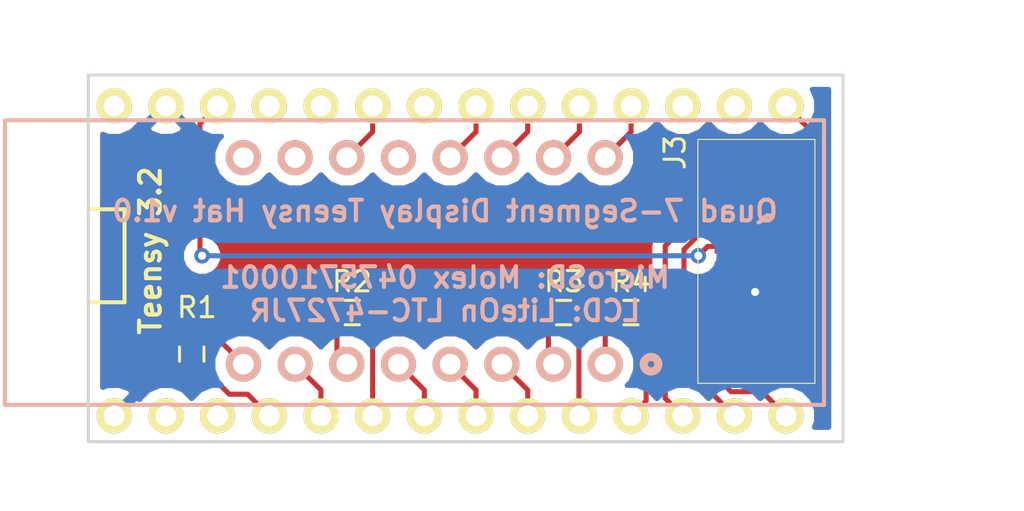
<source format=kicad_pcb>
(kicad_pcb (version 4) (host pcbnew 4.0.1-3.201512221402+6198~38~ubuntu14.04.1-stable)

  (general
    (links 24)
    (no_connects 0)
    (area 113.455999 70.382 164.033001 95.434)
    (thickness 1.6)
    (drawings 11)
    (tracks 71)
    (zones 0)
    (modules 7)
    (nets 24)
  )

  (page A4)
  (layers
    (0 F.Cu signal)
    (31 B.Cu signal)
    (32 B.Adhes user)
    (33 F.Adhes user)
    (34 B.Paste user)
    (35 F.Paste user)
    (36 B.SilkS user)
    (37 F.SilkS user)
    (38 B.Mask user)
    (39 F.Mask user)
    (40 Dwgs.User user hide)
    (41 Cmts.User user hide)
    (42 Eco1.User user hide)
    (43 Eco2.User user hide)
    (44 Edge.Cuts user)
    (45 Margin user hide)
    (46 B.CrtYd user)
    (47 F.CrtYd user)
    (48 B.Fab user)
    (49 F.Fab user)
  )

  (setup
    (last_trace_width 0.25)
    (user_trace_width 0.1524)
    (user_trace_width 0.254)
    (user_trace_width 0.3302)
    (user_trace_width 0.508)
    (user_trace_width 0.762)
    (user_trace_width 1.27)
    (trace_clearance 0.2)
    (zone_clearance 0.508)
    (zone_45_only no)
    (trace_min 0.1524)
    (segment_width 0.2)
    (edge_width 0.15)
    (via_size 0.762)
    (via_drill 0.4)
    (via_min_size 0.6858)
    (via_min_drill 0.3302)
    (user_via 0.6858 0.3302)
    (user_via 0.762 0.4064)
    (user_via 0.8636 0.508)
    (uvia_size 0.3)
    (uvia_drill 0.1)
    (uvias_allowed no)
    (uvia_min_size 0)
    (uvia_min_drill 0)
    (pcb_text_width 0.3)
    (pcb_text_size 1.5 1.5)
    (mod_edge_width 0.15)
    (mod_text_size 1 1)
    (mod_text_width 0.15)
    (pad_size 1.7272 1.7272)
    (pad_drill 1.016)
    (pad_to_mask_clearance 0.0762)
    (aux_axis_origin 0 0)
    (visible_elements FFFEDF7D)
    (pcbplotparams
      (layerselection 0x30000_00000000)
      (usegerberextensions true)
      (excludeedgelayer true)
      (linewidth 0.100000)
      (plotframeref false)
      (viasonmask false)
      (mode 1)
      (useauxorigin false)
      (hpglpennumber 1)
      (hpglpenspeed 20)
      (hpglpendiameter 15)
      (hpglpenoverlay 2)
      (psnegative false)
      (psa4output false)
      (plotreference true)
      (plotvalue true)
      (plotinvisibletext false)
      (padsonsilk false)
      (subtractmaskfromsilk false)
      (outputformat 1)
      (mirror false)
      (drillshape 0)
      (scaleselection 1)
      (outputdirectory gerbers))
  )

  (net 0 "")
  (net 1 GND)
  (net 2 /SD_CS)
  (net 3 /MOSI)
  (net 4 /MISO)
  (net 5 +3V3)
  (net 6 /SCLK)
  (net 7 "Net-(LED1-Pad1)")
  (net 8 "Net-(LED1-Pad2)")
  (net 9 "Net-(LED1-Pad6)")
  (net 10 "Net-(LED1-Pad8)")
  (net 11 /DIGIT4)
  (net 12 /DP)
  (net 13 /DIGIT3)
  (net 14 /E)
  (net 15 /L)
  (net 16 /D)
  (net 17 /DIGIT2)
  (net 18 /DIGIT1)
  (net 19 /B)
  (net 20 /A)
  (net 21 /G)
  (net 22 /F)
  (net 23 /C)

  (net_class Default "This is the default net class."
    (clearance 0.2)
    (trace_width 0.25)
    (via_dia 0.762)
    (via_drill 0.4)
    (uvia_dia 0.3)
    (uvia_drill 0.1)
    (add_net +3V3)
    (add_net /A)
    (add_net /B)
    (add_net /C)
    (add_net /D)
    (add_net /DIGIT1)
    (add_net /DIGIT2)
    (add_net /DIGIT3)
    (add_net /DIGIT4)
    (add_net /DP)
    (add_net /E)
    (add_net /F)
    (add_net /G)
    (add_net /L)
    (add_net /MISO)
    (add_net /MOSI)
    (add_net /SCLK)
    (add_net /SD_CS)
    (add_net GND)
    (add_net "Net-(LED1-Pad1)")
    (add_net "Net-(LED1-Pad2)")
    (add_net "Net-(LED1-Pad6)")
    (add_net "Net-(LED1-Pad8)")
  )

  (module Wickerlib:TEENSY-3.2-SIMPLE (layer F.Cu) (tedit 57B4E190) (tstamp 57B4E7E3)
    (at 129.286 80.772 90)
    (path /57B6381A)
    (fp_text reference J1 (at -2 0 90) (layer F.Fab)
      (effects (font (size 1 1) (thickness 0.15)))
    )
    (fp_text value TEENSY3.2-72MHz-SIMPLE (at -2.54 20.32 90) (layer F.Fab) hide
      (effects (font (size 1 1) (thickness 0.15)))
    )
    (fp_line (start 0 -9.5) (end 0 -11.5) (layer F.Fab) (width 0.05))
    (fp_line (start -4.5 -9.5) (end 0 -9.5) (layer F.Fab) (width 0.05))
    (fp_line (start -4.5 -11.5) (end -4.5 -9.5) (layer F.Fab) (width 0.05))
    (fp_line (start -11.5 24) (end 6.5 24) (layer F.Fab) (width 0.05))
    (fp_line (start -11.5 -11.5) (end -11.5 24) (layer F.Fab) (width 0.05))
    (fp_line (start 6.5 -11.5) (end -11.5 -11.5) (layer F.Fab) (width 0.05))
    (fp_line (start 6.5 24) (end 6.5 -11.5) (layer F.Fab) (width 0.05))
    (fp_text user %R (at 2.794 17.272 90) (layer F.SilkS) hide
      (effects (font (size 1 1) (thickness 0.15)))
    )
    (fp_line (start -11.43 24.13) (end 6.35 24.13) (layer F.CrtYd) (width 0.1524))
    (fp_line (start -11.43 -11.43) (end -11.43 24.13) (layer F.CrtYd) (width 0.1524))
    (fp_line (start 6.35 -11.43) (end -11.43 -11.43) (layer F.CrtYd) (width 0.1524))
    (fp_line (start 6.35 24.13) (end 6.35 -11.43) (layer F.CrtYd) (width 0.1524))
    (pad G1 thru_hole circle (at -10.16 -10.16 90) (size 1.7272 1.7272) (drill 1.016) (layers *.Cu *.Mask F.SilkS)
      (net 1 GND))
    (pad 0 thru_hole circle (at -10.16 -7.62 90) (size 1.7272 1.7272) (drill 1.016) (layers *.Cu *.Mask F.SilkS))
    (pad 1 thru_hole circle (at -10.16 -5.08 90) (size 1.7272 1.7272) (drill 1.016) (layers *.Cu *.Mask F.SilkS))
    (pad 2 thru_hole circle (at -10.16 -2.54 90) (size 1.7272 1.7272) (drill 1.016) (layers *.Cu *.Mask F.SilkS)
      (net 11 /DIGIT4))
    (pad 3 thru_hole circle (at -10.16 0 90) (size 1.7272 1.7272) (drill 1.016) (layers *.Cu *.Mask F.SilkS)
      (net 12 /DP))
    (pad 4 thru_hole circle (at -10.16 2.54 90) (size 1.7272 1.7272) (drill 1.016) (layers *.Cu *.Mask F.SilkS)
      (net 13 /DIGIT3))
    (pad 5 thru_hole circle (at -10.16 5.08 90) (size 1.7272 1.7272) (drill 1.016) (layers *.Cu *.Mask F.SilkS)
      (net 14 /E))
    (pad 6 thru_hole circle (at -10.16 7.62 90) (size 1.7272 1.7272) (drill 1.016) (layers *.Cu *.Mask F.SilkS)
      (net 15 /L))
    (pad 7 thru_hole circle (at -10.16 10.16 90) (size 1.7272 1.7272) (drill 1.016) (layers *.Cu *.Mask F.SilkS)
      (net 16 /D))
    (pad 8 thru_hole circle (at -10.16 12.7 90) (size 1.7272 1.7272) (drill 1.016) (layers *.Cu *.Mask F.SilkS)
      (net 17 /DIGIT2))
    (pad 9 thru_hole circle (at -10.16 15.24 90) (size 1.7272 1.7272) (drill 1.016) (layers *.Cu *.Mask F.SilkS)
      (net 18 /DIGIT1))
    (pad 10 thru_hole circle (at -10.16 17.78 90) (size 1.7272 1.7272) (drill 1.016) (layers *.Cu *.Mask F.SilkS)
      (net 2 /SD_CS))
    (pad 11 thru_hole circle (at -10.16 20.32 90) (size 1.7272 1.7272) (drill 1.016) (layers *.Cu *.Mask F.SilkS)
      (net 3 /MOSI))
    (pad 12 thru_hole circle (at -10.16 22.86 90) (size 1.7272 1.7272) (drill 1.016) (layers *.Cu *.Mask F.SilkS)
      (net 4 /MISO))
    (pad 13 thru_hole circle (at 5.08 22.86 90) (size 1.7272 1.7272) (drill 1.016) (layers *.Cu *.Mask F.SilkS)
      (net 6 /SCLK))
    (pad 16 thru_hole circle (at 5.08 15.24 90) (size 1.7272 1.7272) (drill 1.016) (layers *.Cu *.Mask F.SilkS)
      (net 19 /B))
    (pad 3V2 thru_hole circle (at 5.08 -5.08 90) (size 1.7272 1.7272) (drill 1.016) (layers *.Cu *.Mask F.SilkS)
      (net 5 +3V3))
    (pad 18 thru_hole circle (at 5.08 10.16 90) (size 1.7272 1.7272) (drill 1.016) (layers *.Cu *.Mask F.SilkS)
      (net 20 /A))
    (pad 17 thru_hole circle (at 5.08 12.7 90) (size 1.7272 1.7272) (drill 1.016) (layers *.Cu *.Mask F.SilkS)
      (net 21 /G))
    (pad AG thru_hole circle (at 5.08 -7.62 90) (size 1.7272 1.7272) (drill 1.016) (layers *.Cu *.Mask F.SilkS)
      (net 1 GND))
    (pad 22 thru_hole circle (at 5.08 0 90) (size 1.7272 1.7272) (drill 1.016) (layers *.Cu *.Mask F.SilkS))
    (pad VIN thru_hole circle (at 5.08 -10.16 90) (size 1.7272 1.7272) (drill 1.016) (layers *.Cu *.Mask F.SilkS))
    (pad 21 thru_hole circle (at 5.08 2.54 90) (size 1.7272 1.7272) (drill 1.016) (layers *.Cu *.Mask F.SilkS)
      (net 22 /F))
    (pad 20 thru_hole circle (at 5.08 5.08 90) (size 1.7272 1.7272) (drill 1.016) (layers *.Cu *.Mask F.SilkS))
    (pad 19 thru_hole circle (at 5.08 7.62 90) (size 1.7272 1.7272) (drill 1.016) (layers *.Cu *.Mask F.SilkS)
      (net 23 /C))
    (pad 23 thru_hole circle (at 5.08 -2.54 90) (size 1.7272 1.7272) (drill 1.016) (layers *.Cu *.Mask F.SilkS))
    (pad 14 thru_hole circle (at 5.08 20.32 90) (size 1.7272 1.7272) (drill 1.016) (layers *.Cu *.Mask F.SilkS))
    (pad 15 thru_hole circle (at 5.08 17.78 90) (size 1.7272 1.7272) (drill 1.016) (layers *.Cu *.Mask F.SilkS))
  )

  (module Wickerlib:CONN-SD-MICRO-MOLEX-0475710001 (layer F.Cu) (tedit 57958DF9) (tstamp 57B4E178)
    (at 147.808 83.0834 90)
    (path /57AFAD27)
    (fp_text reference J3 (at 0 3.25 90) (layer F.Fab)
      (effects (font (size 1 1) (thickness 0.15)))
    )
    (fp_text value MICRO-SD (at 4 6.25 90) (layer F.Fab) hide
      (effects (font (size 0.4 0.4) (thickness 0.03)))
    )
    (fp_line (start -6.25 0) (end 5.75 0) (layer F.SilkS) (width 0.05))
    (fp_line (start -6.25 5.75) (end -6.25 0) (layer F.SilkS) (width 0.05))
    (fp_line (start 5.75 5.75) (end -6.25 5.75) (layer F.SilkS) (width 0.05))
    (fp_line (start 5.75 0) (end 5.75 5.75) (layer F.SilkS) (width 0.05))
    (fp_text user %R (at 5.1054 -1.1243 90) (layer F.SilkS)
      (effects (font (size 1 1) (thickness 0.15)))
    )
    (fp_line (start -6.5 16) (end 6 16) (layer F.CrtYd) (width 0.05))
    (fp_line (start -6.5 -0.25) (end -6.5 16) (layer F.CrtYd) (width 0.05))
    (fp_line (start 6 -0.25) (end 6 16) (layer F.CrtYd) (width 0.05))
    (fp_line (start -6.5 -0.25) (end 6 -0.25) (layer F.CrtYd) (width 0.05))
    (fp_line (start -6.096 5.588) (end 5.588 5.588) (layer F.Fab) (width 0.05))
    (fp_line (start -6.096 0.0254) (end -6.096 5.588) (layer F.Fab) (width 0.05))
    (fp_line (start 5.588 0.0254) (end 5.588 5.588) (layer F.Fab) (width 0.05))
    (fp_line (start -6.096 0.0254) (end 5.588 0.0254) (layer F.Fab) (width 0.05))
    (pad G5 smd rect (at 4.8514 5.1 90) (size 1.4 0.9) (layers F.Cu F.Paste F.Mask))
    (pad G2 smd rect (at -5.4135 4.9635 90) (size 1.2 1.15) (layers F.Cu F.Paste F.Mask))
    (pad G3 smd rect (at 4.8264 2.8 90) (size 1.45 1.2) (layers F.Cu F.Paste F.Mask))
    (pad G1 smd rect (at -5.4135 2.3635 90) (size 1.2 1.15) (layers F.Cu F.Paste F.Mask))
    (pad 7 smd rect (at -2.8135 1.3235 90) (size 0.7 1) (layers F.Cu F.Paste F.Mask)
      (net 4 /MISO))
    (pad 8 smd rect (at -3.9135 1.3235 90) (size 0.7 1) (layers F.Cu F.Paste F.Mask))
    (pad 6 smd rect (at -1.7135 1.3235 90) (size 0.7 1) (layers F.Cu F.Paste F.Mask)
      (net 1 GND))
    (pad 5 smd rect (at -0.6135 1.3235 90) (size 0.7 1) (layers F.Cu F.Paste F.Mask)
      (net 6 /SCLK))
    (pad 4 smd rect (at 0.4865 1.3235 90) (size 0.7 1) (layers F.Cu F.Paste F.Mask)
      (net 5 +3V3))
    (pad 1 smd rect (at 3.7865 1.3235 90) (size 0.7 1) (layers F.Cu F.Paste F.Mask))
    (pad 2 smd rect (at 2.6865 1.3235 90) (size 0.7 1) (layers F.Cu F.Paste F.Mask)
      (net 2 /SD_CS))
    (pad 3 smd rect (at 1.5865 1.3235 90) (size 0.7 1) (layers F.Cu F.Paste F.Mask)
      (net 3 /MOSI))
    (pad G4 smd rect (at 5.0514 3.95 90) (size 1 0.7) (layers F.Cu F.Paste F.Mask))
  )

  (module Wickerlib:RLC-0603-SMD (layer F.Cu) (tedit 579029AB) (tstamp 57B4EA43)
    (at 122.936 87.896 90)
    (descr "Capacitor SMD RLC-0603-SMD, reflow soldering, AVX (see smccp.pdf)")
    (tags "capacitor RLC-0603-SMD")
    (path /57B69AAC)
    (attr smd)
    (fp_text reference R1 (at 0.09 0.04 90) (layer F.Fab)
      (effects (font (size 0.8 0.8) (thickness 0.15)))
    )
    (fp_text value 470 (at 0 1.9 90) (layer F.Fab) hide
      (effects (font (size 1 1) (thickness 0.15)))
    )
    (fp_text user %R (at 2.298 0.254 180) (layer F.SilkS)
      (effects (font (size 1 1) (thickness 0.15)))
    )
    (fp_line (start -1.45 -0.75) (end 1.45 -0.75) (layer F.Fab) (width 0.05))
    (fp_line (start -1.45 0.75) (end 1.45 0.75) (layer F.CrtYd) (width 0.05))
    (fp_line (start -1.45 -0.75) (end -1.45 0.75) (layer F.CrtYd) (width 0.05))
    (fp_line (start 1.45 -0.75) (end 1.45 0.75) (layer F.CrtYd) (width 0.05))
    (fp_line (start -0.35 -0.6) (end 0.35 -0.6) (layer F.SilkS) (width 0.15))
    (fp_line (start 0.35 0.6) (end -0.35 0.6) (layer F.SilkS) (width 0.15))
    (fp_line (start -1.45 -0.75) (end 1.45 -0.75) (layer F.CrtYd) (width 0.05))
    (fp_line (start -1.45 -0.75) (end -1.45 0.75) (layer F.Fab) (width 0.05))
    (fp_line (start 1.45 -0.75) (end 1.45 0.75) (layer F.Fab) (width 0.05))
    (fp_line (start -1.45 0.75) (end 1.45 0.75) (layer F.Fab) (width 0.05))
    (pad 1 smd rect (at -0.75 0 90) (size 0.8 0.75) (layers F.Cu F.Paste F.Mask)
      (net 11 /DIGIT4))
    (pad 2 smd rect (at 0.75 0 90) (size 0.8 0.75) (layers F.Cu F.Paste F.Mask)
      (net 10 "Net-(LED1-Pad8)"))
  )

  (module Wickerlib:RLC-0603-SMD (layer F.Cu) (tedit 579029AB) (tstamp 57B4EA49)
    (at 130.822 85.852 180)
    (descr "Capacitor SMD RLC-0603-SMD, reflow soldering, AVX (see smccp.pdf)")
    (tags "capacitor RLC-0603-SMD")
    (path /57B69A42)
    (attr smd)
    (fp_text reference R2 (at 0.09 0.04 180) (layer F.Fab)
      (effects (font (size 0.8 0.8) (thickness 0.15)))
    )
    (fp_text value 470 (at 0 1.9 180) (layer F.Fab) hide
      (effects (font (size 1 1) (thickness 0.15)))
    )
    (fp_text user %R (at 0.012 1.524 180) (layer F.SilkS)
      (effects (font (size 1 1) (thickness 0.15)))
    )
    (fp_line (start -1.45 -0.75) (end 1.45 -0.75) (layer F.Fab) (width 0.05))
    (fp_line (start -1.45 0.75) (end 1.45 0.75) (layer F.CrtYd) (width 0.05))
    (fp_line (start -1.45 -0.75) (end -1.45 0.75) (layer F.CrtYd) (width 0.05))
    (fp_line (start 1.45 -0.75) (end 1.45 0.75) (layer F.CrtYd) (width 0.05))
    (fp_line (start -0.35 -0.6) (end 0.35 -0.6) (layer F.SilkS) (width 0.15))
    (fp_line (start 0.35 0.6) (end -0.35 0.6) (layer F.SilkS) (width 0.15))
    (fp_line (start -1.45 -0.75) (end 1.45 -0.75) (layer F.CrtYd) (width 0.05))
    (fp_line (start -1.45 -0.75) (end -1.45 0.75) (layer F.Fab) (width 0.05))
    (fp_line (start 1.45 -0.75) (end 1.45 0.75) (layer F.Fab) (width 0.05))
    (fp_line (start -1.45 0.75) (end 1.45 0.75) (layer F.Fab) (width 0.05))
    (pad 1 smd rect (at -0.75 0 180) (size 0.8 0.75) (layers F.Cu F.Paste F.Mask)
      (net 13 /DIGIT3))
    (pad 2 smd rect (at 0.75 0 180) (size 0.8 0.75) (layers F.Cu F.Paste F.Mask)
      (net 9 "Net-(LED1-Pad6)"))
  )

  (module Wickerlib:RLC-0603-SMD (layer F.Cu) (tedit 579029AB) (tstamp 57B4EA4F)
    (at 141.212 85.852 180)
    (descr "Capacitor SMD RLC-0603-SMD, reflow soldering, AVX (see smccp.pdf)")
    (tags "capacitor RLC-0603-SMD")
    (path /57B69A03)
    (attr smd)
    (fp_text reference R3 (at 0.09 0.04 180) (layer F.Fab)
      (effects (font (size 0.8 0.8) (thickness 0.15)))
    )
    (fp_text value 470 (at 0 1.9 180) (layer F.Fab) hide
      (effects (font (size 1 1) (thickness 0.15)))
    )
    (fp_text user %R (at -0.012 1.524 180) (layer F.SilkS)
      (effects (font (size 1 1) (thickness 0.15)))
    )
    (fp_line (start -1.45 -0.75) (end 1.45 -0.75) (layer F.Fab) (width 0.05))
    (fp_line (start -1.45 0.75) (end 1.45 0.75) (layer F.CrtYd) (width 0.05))
    (fp_line (start -1.45 -0.75) (end -1.45 0.75) (layer F.CrtYd) (width 0.05))
    (fp_line (start 1.45 -0.75) (end 1.45 0.75) (layer F.CrtYd) (width 0.05))
    (fp_line (start -0.35 -0.6) (end 0.35 -0.6) (layer F.SilkS) (width 0.15))
    (fp_line (start 0.35 0.6) (end -0.35 0.6) (layer F.SilkS) (width 0.15))
    (fp_line (start -1.45 -0.75) (end 1.45 -0.75) (layer F.CrtYd) (width 0.05))
    (fp_line (start -1.45 -0.75) (end -1.45 0.75) (layer F.Fab) (width 0.05))
    (fp_line (start 1.45 -0.75) (end 1.45 0.75) (layer F.Fab) (width 0.05))
    (fp_line (start -1.45 0.75) (end 1.45 0.75) (layer F.Fab) (width 0.05))
    (pad 1 smd rect (at -0.75 0 180) (size 0.8 0.75) (layers F.Cu F.Paste F.Mask)
      (net 17 /DIGIT2))
    (pad 2 smd rect (at 0.75 0 180) (size 0.8 0.75) (layers F.Cu F.Paste F.Mask)
      (net 8 "Net-(LED1-Pad2)"))
  )

  (module Wickerlib:RLC-0603-SMD (layer F.Cu) (tedit 579029AB) (tstamp 57B4EA55)
    (at 144.514 85.852 180)
    (descr "Capacitor SMD RLC-0603-SMD, reflow soldering, AVX (see smccp.pdf)")
    (tags "capacitor RLC-0603-SMD")
    (path /57B6993C)
    (attr smd)
    (fp_text reference R4 (at 0.09 0.04 180) (layer F.Fab)
      (effects (font (size 0.8 0.8) (thickness 0.15)))
    )
    (fp_text value 470 (at 0 1.9 180) (layer F.Fab) hide
      (effects (font (size 1 1) (thickness 0.15)))
    )
    (fp_text user %R (at -0.012 1.524 180) (layer F.SilkS)
      (effects (font (size 1 1) (thickness 0.15)))
    )
    (fp_line (start -1.45 -0.75) (end 1.45 -0.75) (layer F.Fab) (width 0.05))
    (fp_line (start -1.45 0.75) (end 1.45 0.75) (layer F.CrtYd) (width 0.05))
    (fp_line (start -1.45 -0.75) (end -1.45 0.75) (layer F.CrtYd) (width 0.05))
    (fp_line (start 1.45 -0.75) (end 1.45 0.75) (layer F.CrtYd) (width 0.05))
    (fp_line (start -0.35 -0.6) (end 0.35 -0.6) (layer F.SilkS) (width 0.15))
    (fp_line (start 0.35 0.6) (end -0.35 0.6) (layer F.SilkS) (width 0.15))
    (fp_line (start -1.45 -0.75) (end 1.45 -0.75) (layer F.CrtYd) (width 0.05))
    (fp_line (start -1.45 -0.75) (end -1.45 0.75) (layer F.Fab) (width 0.05))
    (fp_line (start 1.45 -0.75) (end 1.45 0.75) (layer F.Fab) (width 0.05))
    (fp_line (start -1.45 0.75) (end 1.45 0.75) (layer F.Fab) (width 0.05))
    (pad 1 smd rect (at -0.75 0 180) (size 0.8 0.75) (layers F.Cu F.Paste F.Mask)
      (net 18 /DIGIT1))
    (pad 2 smd rect (at 0.75 0 180) (size 0.8 0.75) (layers F.Cu F.Paste F.Mask)
      (net 7 "Net-(LED1-Pad1)"))
  )

  (module Wickerlib:DIP-16-W10.16MM-CIRCLEPADS (layer B.Cu) (tedit 57B4E8C6) (tstamp 57B4E412)
    (at 134.506 84.142 90)
    (descr "16-lead dip package, row spacing 7.62 mm (300 mils), longer pads")
    (tags "dil dip 2.54 300")
    (path /57B5EA47)
    (fp_text reference LED1 (at -0.186 0.622 90) (layer B.Fab)
      (effects (font (size 1 1) (thickness 0.15)) (justify mirror))
    )
    (fp_text value LED-4x7-SEGMENT-LTC-4727JR (at -0.186 -0.394 360) (layer B.Fab) hide
      (effects (font (size 1 1) (thickness 0.15)) (justify mirror))
    )
    (fp_line (start 7.75 -20.75) (end 7.75 19.5) (layer B.Fab) (width 0.2))
    (fp_line (start -6.25 -20.75) (end 7.75 -20.75) (layer B.Fab) (width 0.2))
    (fp_line (start -6.25 19.5) (end -6.25 -20.75) (layer B.Fab) (width 0.2))
    (fp_line (start 7.75 19.5) (end -6.25 19.5) (layer B.Fab) (width 0.2))
    (fp_line (start -6.25 19.5) (end 7.75 19.5) (layer B.SilkS) (width 0.2))
    (fp_line (start 7.75 -20.75) (end -6.25 -20.75) (layer B.SilkS) (width 0.2))
    (fp_line (start -6.25 19.5) (end -6.25 -20.75) (layer B.SilkS) (width 0.2))
    (fp_circle (center -4.25 8.75) (end -3.996 8.496) (layer B.Fab) (width 0.4))
    (fp_text user %R (at -4.758 20.302 90) (layer B.SilkS) hide
      (effects (font (size 1 1) (thickness 0.15)) (justify mirror))
    )
    (fp_line (start -6.25 19.5) (end -6.25 -20.75) (layer B.CrtYd) (width 0.05))
    (fp_line (start 7.75 19.5) (end 7.75 -20.75) (layer B.Fab) (width 0.05))
    (fp_line (start -6.25 19.5) (end 7.75 19.5) (layer B.CrtYd) (width 0.05))
    (fp_line (start -6.25 -20.75) (end 7.75 -20.75) (layer B.Fab) (width 0.05))
    (fp_line (start -6.25 19.5) (end -6.25 -20.75) (layer B.Fab) (width 0.05))
    (fp_line (start -6.25 -20.75) (end 7.75 -20.75) (layer B.CrtYd) (width 0.05))
    (fp_line (start 7.75 19.5) (end 7.75 -20.7) (layer B.CrtYd) (width 0.05))
    (fp_line (start -6.25 19.5) (end 7.75 19.5) (layer B.Fab) (width 0.05))
    (fp_circle (center -4.25 11) (end -3.996 10.746) (layer B.SilkS) (width 0.4))
    (fp_line (start 7.75 19.5) (end 7.75 -20.75) (layer B.SilkS) (width 0.2))
    (pad 1 thru_hole circle (at -4.25 8.75 90) (size 1.7272 1.7272) (drill 1.016) (layers *.Cu *.Mask B.SilkS)
      (net 7 "Net-(LED1-Pad1)"))
    (pad 2 thru_hole circle (at -4.25 6.21 90) (size 1.7272 1.7272) (drill 1.016) (layers *.Cu *.Mask B.SilkS)
      (net 8 "Net-(LED1-Pad2)"))
    (pad 3 thru_hole circle (at -4.25 3.67 90) (size 1.7272 1.7272) (drill 1.016) (layers *.Cu *.Mask B.SilkS)
      (net 16 /D))
    (pad 4 thru_hole circle (at -4.25 1.13 90) (size 1.7272 1.7272) (drill 1.016) (layers *.Cu *.Mask B.SilkS)
      (net 15 /L))
    (pad 5 thru_hole circle (at -4.25 -1.41 90) (size 1.7272 1.7272) (drill 1.016) (layers *.Cu *.Mask B.SilkS)
      (net 14 /E))
    (pad 6 thru_hole circle (at -4.25 -3.95 90) (size 1.7272 1.7272) (drill 1.016) (layers *.Cu *.Mask B.SilkS)
      (net 9 "Net-(LED1-Pad6)"))
    (pad 7 thru_hole circle (at -4.25 -6.49 90) (size 1.7272 1.7272) (drill 1.016) (layers *.Cu *.Mask B.SilkS)
      (net 12 /DP))
    (pad 8 thru_hole circle (at -4.25 -9.03 90) (size 1.7272 1.7272) (drill 1.016) (layers *.Cu *.Mask B.SilkS)
      (net 10 "Net-(LED1-Pad8)"))
    (pad 9 thru_hole circle (at 5.91 -9.03 90) (size 1.7272 1.7272) (drill 1.016) (layers *.Cu *.Mask B.SilkS))
    (pad 10 thru_hole circle (at 5.91 -6.49 90) (size 1.7272 1.7272) (drill 1.016) (layers *.Cu *.Mask B.SilkS))
    (pad 11 thru_hole circle (at 5.91 -3.95 90) (size 1.7272 1.7272) (drill 1.016) (layers *.Cu *.Mask B.SilkS)
      (net 22 /F))
    (pad 12 thru_hole circle (at 5.91 -1.41 90) (size 1.7272 1.7272) (drill 1.016) (layers *.Cu *.Mask B.SilkS))
    (pad 13 thru_hole circle (at 5.91 1.13 90) (size 1.7272 1.7272) (drill 1.016) (layers *.Cu *.Mask B.SilkS)
      (net 23 /C))
    (pad 14 thru_hole circle (at 5.91 3.67 90) (size 1.7272 1.7272) (drill 1.016) (layers *.Cu *.Mask B.SilkS)
      (net 20 /A))
    (pad 15 thru_hole circle (at 5.91 6.21 90) (size 1.7272 1.7272) (drill 1.016) (layers *.Cu *.Mask B.SilkS)
      (net 21 /G))
    (pad 16 thru_hole circle (at 5.91 8.75 90) (size 1.7272 1.7272) (drill 1.016) (layers *.Cu *.Mask B.SilkS)
      (net 19 /B))
  )

  (gr_text 8/23/2016 (at 124.46 94.234) (layer F.Fab)
    (effects (font (size 1.5 1.5) (thickness 0.3)))
  )
  (gr_text "Quad 7-Segment Display Teensy Hat v1.0" (at 137.922 71.882) (layer F.Fab)
    (effects (font (size 1.5 1.5) (thickness 0.3)))
  )
  (gr_line (start 119.634 85.344) (end 117.856 85.344) (layer F.SilkS) (width 0.2))
  (gr_line (start 119.634 80.772) (end 119.634 85.344) (layer F.SilkS) (width 0.2))
  (gr_line (start 117.856 80.772) (end 119.634 80.772) (layer F.SilkS) (width 0.2))
  (gr_text "Teensy 3.2" (at 120.904 82.804 90) (layer F.SilkS)
    (effects (font (size 1.016 1.016) (thickness 0.2032)))
  )
  (gr_text "Quad 7-Segment Display Teensy Hat v1.0\n\nMicroSD: Molex 0475710001\nLCD: LiteOn LTC-4727JR" (at 135.382 83.312) (layer B.SilkS)
    (effects (font (size 1.016 1.016) (thickness 0.2032)) (justify mirror))
  )
  (gr_line (start 117.856 92.202) (end 117.856 74.168) (layer Edge.Cuts) (width 0.15))
  (gr_line (start 154.94 92.202) (end 117.856 92.202) (layer Edge.Cuts) (width 0.15))
  (gr_line (start 154.94 74.168) (end 154.94 92.202) (layer Edge.Cuts) (width 0.15))
  (gr_line (start 154.94 74.168) (end 117.856 74.168) (layer Edge.Cuts) (width 0.15))

  (segment (start 149.1315 84.7969) (end 150.5829 84.7969) (width 0.25) (layer F.Cu) (net 1))
  (segment (start 150.5829 84.7969) (end 150.622 84.836) (width 0.25) (layer F.Cu) (net 1))
  (via (at 150.622 84.836) (size 0.762) (drill 0.4) (layers F.Cu B.Cu) (net 1))
  (segment (start 146.202401 90.068401) (end 147.066 90.932) (width 0.25) (layer F.Cu) (net 2))
  (segment (start 149.1315 80.3969) (end 148.3815 80.3969) (width 0.25) (layer F.Cu) (net 2))
  (segment (start 148.3815 80.3969) (end 146.202401 82.575999) (width 0.25) (layer F.Cu) (net 2))
  (segment (start 146.202401 82.575999) (end 146.202401 90.068401) (width 0.25) (layer F.Cu) (net 2))
  (segment (start 148.742401 90.068401) (end 149.606 90.932) (width 0.25) (layer F.Cu) (net 3))
  (segment (start 147.121998 85.663606) (end 147.377991 85.919599) (width 0.25) (layer F.Cu) (net 3))
  (segment (start 147.121998 82.756402) (end 147.121998 85.663606) (width 0.25) (layer F.Cu) (net 3))
  (segment (start 147.377991 88.703991) (end 148.742401 90.068401) (width 0.25) (layer F.Cu) (net 3))
  (segment (start 147.377991 85.919599) (end 147.377991 88.703991) (width 0.25) (layer F.Cu) (net 3))
  (segment (start 148.3815 81.4969) (end 147.121998 82.756402) (width 0.25) (layer F.Cu) (net 3))
  (segment (start 149.1315 81.4969) (end 148.3815 81.4969) (width 0.25) (layer F.Cu) (net 3))
  (segment (start 152.146 90.932) (end 150.957399 89.743399) (width 0.25) (layer F.Cu) (net 4))
  (segment (start 150.957399 89.743399) (end 149.433399 89.743399) (width 0.25) (layer F.Cu) (net 4))
  (segment (start 149.433399 89.743399) (end 148.082 88.392) (width 0.25) (layer F.Cu) (net 4))
  (segment (start 148.082 88.392) (end 148.082 86.1964) (width 0.25) (layer F.Cu) (net 4))
  (segment (start 148.082 86.1964) (end 148.3815 85.8969) (width 0.25) (layer F.Cu) (net 4))
  (segment (start 148.3815 85.8969) (end 149.1315 85.8969) (width 0.25) (layer F.Cu) (net 4))
  (segment (start 124.206 75.692) (end 123.342401 76.555599) (width 0.25) (layer F.Cu) (net 5))
  (segment (start 147.828 83.058) (end 123.444 83.058) (width 0.25) (layer B.Cu) (net 5))
  (segment (start 123.444 83.058) (end 123.19 83.058) (width 0.25) (layer B.Cu) (net 5))
  (segment (start 123.342401 76.555599) (end 123.342401 82.956401) (width 0.25) (layer F.Cu) (net 5))
  (segment (start 123.342401 82.956401) (end 123.444 83.058) (width 0.25) (layer F.Cu) (net 5))
  (via (at 123.444 83.058) (size 0.762) (drill 0.4) (layers F.Cu B.Cu) (net 5))
  (via (at 147.828 83.058) (size 0.762) (drill 0.4) (layers F.Cu B.Cu) (net 5))
  (segment (start 149.1315 82.5969) (end 148.2891 82.5969) (width 0.25) (layer F.Cu) (net 5))
  (segment (start 148.2891 82.5969) (end 147.828 83.058) (width 0.25) (layer F.Cu) (net 5))
  (segment (start 153.924 79.6544) (end 153.924 77.47) (width 0.25) (layer F.Cu) (net 6))
  (segment (start 153.924 77.47) (end 152.146 75.692) (width 0.25) (layer F.Cu) (net 6))
  (segment (start 149.1315 83.6969) (end 149.8815 83.6969) (width 0.25) (layer F.Cu) (net 6))
  (segment (start 149.8815 83.6969) (end 153.924 79.6544) (width 0.25) (layer F.Cu) (net 6))
  (segment (start 143.256 88.392) (end 143.256 86.36) (width 0.25) (layer F.Cu) (net 7))
  (segment (start 143.256 86.36) (end 143.764 85.852) (width 0.25) (layer F.Cu) (net 7))
  (segment (start 140.462 85.852) (end 140.462 88.138) (width 0.25) (layer F.Cu) (net 8))
  (segment (start 140.462 88.138) (end 140.716 88.392) (width 0.25) (layer F.Cu) (net 8))
  (segment (start 130.072 85.852) (end 130.072 87.908) (width 0.25) (layer F.Cu) (net 9))
  (segment (start 130.072 87.908) (end 130.556 88.392) (width 0.25) (layer F.Cu) (net 9))
  (segment (start 125.476 88.392) (end 124.23 87.146) (width 0.25) (layer F.Cu) (net 10))
  (segment (start 124.23 87.146) (end 122.936 87.146) (width 0.25) (layer F.Cu) (net 10))
  (segment (start 126.746 90.932) (end 125.681001 89.867001) (width 0.25) (layer F.Cu) (net 11))
  (segment (start 124.782001 89.867001) (end 123.561 88.646) (width 0.25) (layer F.Cu) (net 11))
  (segment (start 125.681001 89.867001) (end 124.782001 89.867001) (width 0.25) (layer F.Cu) (net 11))
  (segment (start 123.561 88.646) (end 122.936 88.646) (width 0.25) (layer F.Cu) (net 11))
  (segment (start 129.286 90.932) (end 129.286 89.662) (width 0.25) (layer F.Cu) (net 12))
  (segment (start 129.286 89.662) (end 128.016 88.392) (width 0.25) (layer F.Cu) (net 12))
  (segment (start 131.572 85.852) (end 131.572 86.477) (width 0.25) (layer F.Cu) (net 13))
  (segment (start 131.572 86.477) (end 131.826 86.731) (width 0.25) (layer F.Cu) (net 13))
  (segment (start 131.826 86.731) (end 131.826 89.710686) (width 0.25) (layer F.Cu) (net 13))
  (segment (start 131.826 89.710686) (end 131.826 90.932) (width 0.25) (layer F.Cu) (net 13))
  (segment (start 133.096 88.392) (end 134.366 89.662) (width 0.25) (layer F.Cu) (net 14))
  (segment (start 134.366 89.662) (end 134.366 90.932) (width 0.25) (layer F.Cu) (net 14))
  (segment (start 135.636 88.392) (end 136.906 89.662) (width 0.25) (layer F.Cu) (net 15))
  (segment (start 136.906 89.662) (end 136.906 90.932) (width 0.25) (layer F.Cu) (net 15))
  (segment (start 138.176 88.392) (end 139.446 89.662) (width 0.25) (layer F.Cu) (net 16))
  (segment (start 139.446 89.662) (end 139.446 90.932) (width 0.25) (layer F.Cu) (net 16))
  (segment (start 141.962 85.852) (end 141.962 90.908) (width 0.25) (layer F.Cu) (net 17))
  (segment (start 141.962 90.908) (end 141.986 90.932) (width 0.25) (layer F.Cu) (net 17))
  (segment (start 145.264 85.852) (end 145.264 90.194) (width 0.25) (layer F.Cu) (net 18))
  (segment (start 145.264 90.194) (end 144.526 90.932) (width 0.25) (layer F.Cu) (net 18))
  (segment (start 144.526 76.962) (end 144.526 75.692) (width 0.25) (layer F.Cu) (net 19))
  (segment (start 143.256 78.232) (end 144.526 76.962) (width 0.25) (layer F.Cu) (net 19))
  (segment (start 139.446 76.962) (end 139.446 75.692) (width 0.25) (layer F.Cu) (net 20))
  (segment (start 138.176 78.232) (end 139.446 76.962) (width 0.25) (layer F.Cu) (net 20))
  (segment (start 141.986 76.962) (end 141.986 75.692) (width 0.25) (layer F.Cu) (net 21))
  (segment (start 140.716 78.232) (end 141.986 76.962) (width 0.25) (layer F.Cu) (net 21))
  (segment (start 131.826 76.962) (end 131.826 75.692) (width 0.25) (layer F.Cu) (net 22))
  (segment (start 130.556 78.232) (end 131.826 76.962) (width 0.25) (layer F.Cu) (net 22))
  (segment (start 136.906 76.962) (end 136.906 75.692) (width 0.25) (layer F.Cu) (net 23))
  (segment (start 135.636 78.232) (end 136.906 76.962) (width 0.25) (layer F.Cu) (net 23))

  (zone (net 1) (net_name GND) (layer F.Cu) (tstamp 0) (hatch edge 0.508)
    (connect_pads (clearance 0.508))
    (min_thickness 0.254)
    (fill yes (arc_segments 16) (thermal_gap 0.508) (thermal_bridge_width 0.508))
    (polygon
      (pts
        (xy 154.94 74.168) (xy 117.856 74.168) (xy 117.856 92.202) (xy 154.94 92.202)
      )
    )
    (filled_polygon
      (pts
        (xy 154.23 91.492) (xy 153.536127 91.492) (xy 153.644339 91.231398) (xy 153.644859 90.635218) (xy 153.417192 90.08422)
        (xy 153.077904 89.74434) (xy 153.3465 89.74434) (xy 153.581817 89.700062) (xy 153.797941 89.56099) (xy 153.942931 89.34879)
        (xy 153.99394 89.0969) (xy 153.99394 87.8969) (xy 153.949662 87.661583) (xy 153.81059 87.445459) (xy 153.59839 87.300469)
        (xy 153.3465 87.24946) (xy 152.1965 87.24946) (xy 151.961183 87.293738) (xy 151.745059 87.43281) (xy 151.600069 87.64501)
        (xy 151.54906 87.8969) (xy 151.54906 89.0969) (xy 151.586922 89.29812) (xy 151.4948 89.205998) (xy 151.386501 89.133635)
        (xy 151.39394 89.0969) (xy 151.39394 87.8969) (xy 151.349662 87.661583) (xy 151.21059 87.445459) (xy 150.99839 87.300469)
        (xy 150.7465 87.24946) (xy 150.27894 87.24946) (xy 150.27894 86.6469) (xy 150.239926 86.439558) (xy 150.27894 86.2469)
        (xy 150.27894 85.5469) (xy 150.239642 85.33805) (xy 150.2665 85.273209) (xy 150.2665 85.08265) (xy 150.10775 84.9239)
        (xy 149.752188 84.9239) (xy 149.6315 84.89946) (xy 148.6315 84.89946) (xy 148.501613 84.9239) (xy 148.15525 84.9239)
        (xy 147.9965 85.08265) (xy 147.9965 85.257668) (xy 147.881998 85.334176) (xy 147.881998 84.074048) (xy 147.989186 84.074141)
        (xy 148.023358 84.25575) (xy 147.9965 84.320591) (xy 147.9965 84.51115) (xy 148.15525 84.6699) (xy 148.510812 84.6699)
        (xy 148.6315 84.69434) (xy 149.6315 84.69434) (xy 149.761387 84.6699) (xy 150.10775 84.6699) (xy 150.2665 84.51115)
        (xy 150.2665 84.336132) (xy 150.418901 84.234301) (xy 154.23 80.423202)
      )
    )
    (filled_polygon
      (pts
        (xy 121.859748 75.677858) (xy 121.845605 75.692) (xy 121.859748 75.706143) (xy 121.680143 75.885748) (xy 121.666 75.871605)
        (xy 120.7918 76.745805) (xy 120.873741 76.998516) (xy 121.43403 77.202248) (xy 122.029635 77.176058) (xy 122.458259 76.998516)
        (xy 122.540199 76.745807) (xy 122.582401 76.788009) (xy 122.582401 82.483605) (xy 122.428176 82.855018) (xy 122.427824 83.259208)
        (xy 122.582175 83.632766) (xy 122.867731 83.918821) (xy 123.241018 84.073824) (xy 123.645208 84.074176) (xy 124.018766 83.919825)
        (xy 124.304821 83.634269) (xy 124.459824 83.260982) (xy 124.460176 82.856792) (xy 124.305825 82.483234) (xy 124.102401 82.279455)
        (xy 124.102401 78.831935) (xy 124.204808 79.07978) (xy 124.626003 79.50171) (xy 125.176602 79.730339) (xy 125.772782 79.730859)
        (xy 126.32378 79.503192) (xy 126.74571 79.081997) (xy 126.746095 79.081069) (xy 127.166003 79.50171) (xy 127.716602 79.730339)
        (xy 128.312782 79.730859) (xy 128.86378 79.503192) (xy 129.28571 79.081997) (xy 129.286095 79.081069) (xy 129.706003 79.50171)
        (xy 130.256602 79.730339) (xy 130.852782 79.730859) (xy 131.40378 79.503192) (xy 131.82571 79.081997) (xy 131.826095 79.081069)
        (xy 132.246003 79.50171) (xy 132.796602 79.730339) (xy 133.392782 79.730859) (xy 133.94378 79.503192) (xy 134.36571 79.081997)
        (xy 134.366095 79.081069) (xy 134.786003 79.50171) (xy 135.336602 79.730339) (xy 135.932782 79.730859) (xy 136.48378 79.503192)
        (xy 136.90571 79.081997) (xy 136.906095 79.081069) (xy 137.326003 79.50171) (xy 137.876602 79.730339) (xy 138.472782 79.730859)
        (xy 139.02378 79.503192) (xy 139.44571 79.081997) (xy 139.446095 79.081069) (xy 139.866003 79.50171) (xy 140.416602 79.730339)
        (xy 141.012782 79.730859) (xy 141.56378 79.503192) (xy 141.98571 79.081997) (xy 141.986095 79.081069) (xy 142.406003 79.50171)
        (xy 142.956602 79.730339) (xy 143.552782 79.730859) (xy 144.10378 79.503192) (xy 144.52571 79.081997) (xy 144.754339 78.531398)
        (xy 144.754859 77.935218) (xy 144.717646 77.845156) (xy 145.063401 77.499401) (xy 145.228148 77.25284) (xy 145.277881 77.002817)
        (xy 145.37378 76.963192) (xy 145.79571 76.541997) (xy 145.796095 76.541069) (xy 146.216003 76.96171) (xy 146.766602 77.190339)
        (xy 147.362782 77.190859) (xy 147.91378 76.963192) (xy 148.33571 76.541997) (xy 148.336095 76.541069) (xy 148.756003 76.96171)
        (xy 149.306602 77.190339) (xy 149.472808 77.190484) (xy 149.411569 77.28011) (xy 149.36056 77.532) (xy 149.36056 78.29946)
        (xy 148.6315 78.29946) (xy 148.396183 78.343738) (xy 148.180059 78.48281) (xy 148.035069 78.69501) (xy 147.98406 78.9469)
        (xy 147.98406 79.6469) (xy 148.003964 79.75268) (xy 147.844099 79.859499) (xy 145.665 82.038598) (xy 145.500253 82.28516)
        (xy 145.442401 82.575999) (xy 145.442401 84.82956) (xy 144.864 84.82956) (xy 144.628683 84.873838) (xy 144.514022 84.94762)
        (xy 144.41589 84.880569) (xy 144.164 84.82956) (xy 143.364 84.82956) (xy 143.128683 84.873838) (xy 142.912559 85.01291)
        (xy 142.863836 85.084218) (xy 142.82609 85.025559) (xy 142.61389 84.880569) (xy 142.362 84.82956) (xy 141.562 84.82956)
        (xy 141.326683 84.873838) (xy 141.212022 84.94762) (xy 141.11389 84.880569) (xy 140.862 84.82956) (xy 140.062 84.82956)
        (xy 139.826683 84.873838) (xy 139.610559 85.01291) (xy 139.465569 85.22511) (xy 139.41456 85.477) (xy 139.41456 86.227)
        (xy 139.458838 86.462317) (xy 139.59791 86.678441) (xy 139.702 86.749563) (xy 139.702 87.286738) (xy 139.44629 87.542003)
        (xy 139.445905 87.542931) (xy 139.025997 87.12229) (xy 138.475398 86.893661) (xy 137.879218 86.893141) (xy 137.32822 87.120808)
        (xy 136.90629 87.542003) (xy 136.905905 87.542931) (xy 136.485997 87.12229) (xy 135.935398 86.893661) (xy 135.339218 86.893141)
        (xy 134.78822 87.120808) (xy 134.36629 87.542003) (xy 134.365905 87.542931) (xy 133.945997 87.12229) (xy 133.395398 86.893661)
        (xy 132.799218 86.893141) (xy 132.586 86.981241) (xy 132.586 86.731) (xy 132.575545 86.678441) (xy 132.543198 86.51582)
        (xy 132.568431 86.47889) (xy 132.61944 86.227) (xy 132.61944 85.477) (xy 132.575162 85.241683) (xy 132.43609 85.025559)
        (xy 132.22389 84.880569) (xy 131.972 84.82956) (xy 131.172 84.82956) (xy 130.936683 84.873838) (xy 130.822022 84.94762)
        (xy 130.72389 84.880569) (xy 130.472 84.82956) (xy 129.672 84.82956) (xy 129.436683 84.873838) (xy 129.220559 85.01291)
        (xy 129.075569 85.22511) (xy 129.02456 85.477) (xy 129.02456 86.227) (xy 129.068838 86.462317) (xy 129.20791 86.678441)
        (xy 129.312 86.749563) (xy 129.312 87.516338) (xy 129.28629 87.542003) (xy 129.285905 87.542931) (xy 128.865997 87.12229)
        (xy 128.315398 86.893661) (xy 127.719218 86.893141) (xy 127.16822 87.120808) (xy 126.74629 87.542003) (xy 126.745905 87.542931)
        (xy 126.325997 87.12229) (xy 125.775398 86.893661) (xy 125.179218 86.893141) (xy 125.089156 86.930354) (xy 124.767401 86.608599)
        (xy 124.520839 86.443852) (xy 124.23 86.386) (xy 123.833931 86.386) (xy 123.77509 86.294559) (xy 123.56289 86.149569)
        (xy 123.311 86.09856) (xy 122.561 86.09856) (xy 122.325683 86.142838) (xy 122.109559 86.28191) (xy 121.964569 86.49411)
        (xy 121.91356 86.746) (xy 121.91356 87.546) (xy 121.957838 87.781317) (xy 122.03162 87.895978) (xy 121.964569 87.99411)
        (xy 121.91356 88.246) (xy 121.91356 89.046) (xy 121.957838 89.281317) (xy 122.088857 89.484926) (xy 121.965398 89.433661)
        (xy 121.369218 89.433141) (xy 120.81822 89.660808) (xy 120.39629 90.082003) (xy 120.379459 90.122537) (xy 120.179805 90.0578)
        (xy 119.305605 90.932) (xy 119.319748 90.946143) (xy 119.140143 91.125748) (xy 119.126 91.111605) (xy 119.111858 91.125748)
        (xy 118.932253 90.946143) (xy 118.946395 90.932) (xy 118.932253 90.917858) (xy 119.111858 90.738253) (xy 119.126 90.752395)
        (xy 120.0002 89.878195) (xy 119.918259 89.625484) (xy 119.35797 89.421752) (xy 118.762365 89.447942) (xy 118.566 89.529279)
        (xy 118.566 77.082127) (xy 118.826602 77.190339) (xy 119.422782 77.190859) (xy 119.97378 76.963192) (xy 120.39571 76.541997)
        (xy 120.412541 76.501463) (xy 120.612195 76.5662) (xy 121.486395 75.692) (xy 121.472253 75.677858) (xy 121.651858 75.498253)
        (xy 121.666 75.512395) (xy 121.680143 75.498253)
      )
    )
  )
  (zone (net 1) (net_name GND) (layer B.Cu) (tstamp 57B4E8AC) (hatch edge 0.508)
    (connect_pads (clearance 0.508))
    (min_thickness 0.254)
    (fill yes (arc_segments 16) (thermal_gap 0.508) (thermal_bridge_width 0.508))
    (polygon
      (pts
        (xy 154.94 74.168) (xy 117.856 74.132429) (xy 117.856 92.166429) (xy 154.94 92.202)
      )
    )
    (filled_polygon
      (pts
        (xy 154.23 91.492) (xy 153.536127 91.492) (xy 153.644339 91.231398) (xy 153.644859 90.635218) (xy 153.417192 90.08422)
        (xy 152.995997 89.66229) (xy 152.445398 89.433661) (xy 151.849218 89.433141) (xy 151.29822 89.660808) (xy 150.87629 90.082003)
        (xy 150.875905 90.082931) (xy 150.455997 89.66229) (xy 149.905398 89.433661) (xy 149.309218 89.433141) (xy 148.75822 89.660808)
        (xy 148.33629 90.082003) (xy 148.335905 90.082931) (xy 147.915997 89.66229) (xy 147.365398 89.433661) (xy 146.769218 89.433141)
        (xy 146.21822 89.660808) (xy 145.79629 90.082003) (xy 145.795905 90.082931) (xy 145.375997 89.66229) (xy 144.825398 89.433661)
        (xy 144.334141 89.433233) (xy 144.52571 89.241997) (xy 144.754339 88.691398) (xy 144.754859 88.095218) (xy 144.527192 87.54422)
        (xy 144.105997 87.12229) (xy 143.555398 86.893661) (xy 142.959218 86.893141) (xy 142.40822 87.120808) (xy 141.98629 87.542003)
        (xy 141.985905 87.542931) (xy 141.565997 87.12229) (xy 141.015398 86.893661) (xy 140.419218 86.893141) (xy 139.86822 87.120808)
        (xy 139.44629 87.542003) (xy 139.445905 87.542931) (xy 139.025997 87.12229) (xy 138.475398 86.893661) (xy 137.879218 86.893141)
        (xy 137.32822 87.120808) (xy 136.90629 87.542003) (xy 136.905905 87.542931) (xy 136.485997 87.12229) (xy 135.935398 86.893661)
        (xy 135.339218 86.893141) (xy 134.78822 87.120808) (xy 134.36629 87.542003) (xy 134.365905 87.542931) (xy 133.945997 87.12229)
        (xy 133.395398 86.893661) (xy 132.799218 86.893141) (xy 132.24822 87.120808) (xy 131.82629 87.542003) (xy 131.825905 87.542931)
        (xy 131.405997 87.12229) (xy 130.855398 86.893661) (xy 130.259218 86.893141) (xy 129.70822 87.120808) (xy 129.28629 87.542003)
        (xy 129.285905 87.542931) (xy 128.865997 87.12229) (xy 128.315398 86.893661) (xy 127.719218 86.893141) (xy 127.16822 87.120808)
        (xy 126.74629 87.542003) (xy 126.745905 87.542931) (xy 126.325997 87.12229) (xy 125.775398 86.893661) (xy 125.179218 86.893141)
        (xy 124.62822 87.120808) (xy 124.20629 87.542003) (xy 123.977661 88.092602) (xy 123.977141 88.688782) (xy 124.204808 89.23978)
        (xy 124.398258 89.433568) (xy 123.909218 89.433141) (xy 123.35822 89.660808) (xy 122.93629 90.082003) (xy 122.935905 90.082931)
        (xy 122.515997 89.66229) (xy 121.965398 89.433661) (xy 121.369218 89.433141) (xy 120.81822 89.660808) (xy 120.39629 90.082003)
        (xy 120.379459 90.122537) (xy 120.179805 90.0578) (xy 119.305605 90.932) (xy 119.319748 90.946143) (xy 119.140143 91.125748)
        (xy 119.126 91.111605) (xy 119.111858 91.125748) (xy 118.932253 90.946143) (xy 118.946395 90.932) (xy 118.932253 90.917858)
        (xy 119.111858 90.738253) (xy 119.126 90.752395) (xy 120.0002 89.878195) (xy 119.918259 89.625484) (xy 119.35797 89.421752)
        (xy 118.762365 89.447942) (xy 118.566 89.529279) (xy 118.566 83.259208) (xy 122.427824 83.259208) (xy 122.582175 83.632766)
        (xy 122.867731 83.918821) (xy 123.241018 84.073824) (xy 123.645208 84.074176) (xy 124.018766 83.919825) (xy 124.120769 83.818)
        (xy 147.151086 83.818) (xy 147.251731 83.918821) (xy 147.625018 84.073824) (xy 148.029208 84.074176) (xy 148.402766 83.919825)
        (xy 148.688821 83.634269) (xy 148.843824 83.260982) (xy 148.844176 82.856792) (xy 148.689825 82.483234) (xy 148.404269 82.197179)
        (xy 148.030982 82.042176) (xy 147.626792 82.041824) (xy 147.253234 82.196175) (xy 147.151231 82.298) (xy 124.120914 82.298)
        (xy 124.020269 82.197179) (xy 123.646982 82.042176) (xy 123.242792 82.041824) (xy 122.869234 82.196175) (xy 122.583179 82.481731)
        (xy 122.428176 82.855018) (xy 122.427824 83.259208) (xy 118.566 83.259208) (xy 118.566 77.082127) (xy 118.826602 77.190339)
        (xy 119.422782 77.190859) (xy 119.97378 76.963192) (xy 120.191546 76.745805) (xy 120.7918 76.745805) (xy 120.873741 76.998516)
        (xy 121.43403 77.202248) (xy 122.029635 77.176058) (xy 122.458259 76.998516) (xy 122.5402 76.745805) (xy 121.666 75.871605)
        (xy 120.7918 76.745805) (xy 120.191546 76.745805) (xy 120.39571 76.541997) (xy 120.412541 76.501463) (xy 120.612195 76.5662)
        (xy 121.486395 75.692) (xy 121.472253 75.677858) (xy 121.651858 75.498253) (xy 121.666 75.512395) (xy 121.680143 75.498253)
        (xy 121.859748 75.677858) (xy 121.845605 75.692) (xy 122.719805 76.5662) (xy 122.919033 76.501601) (xy 122.934808 76.53978)
        (xy 123.356003 76.96171) (xy 123.906602 77.190339) (xy 124.397859 77.190767) (xy 124.20629 77.382003) (xy 123.977661 77.932602)
        (xy 123.977141 78.528782) (xy 124.204808 79.07978) (xy 124.626003 79.50171) (xy 125.176602 79.730339) (xy 125.772782 79.730859)
        (xy 126.32378 79.503192) (xy 126.74571 79.081997) (xy 126.746095 79.081069) (xy 127.166003 79.50171) (xy 127.716602 79.730339)
        (xy 128.312782 79.730859) (xy 128.86378 79.503192) (xy 129.28571 79.081997) (xy 129.286095 79.081069) (xy 129.706003 79.50171)
        (xy 130.256602 79.730339) (xy 130.852782 79.730859) (xy 131.40378 79.503192) (xy 131.82571 79.081997) (xy 131.826095 79.081069)
        (xy 132.246003 79.50171) (xy 132.796602 79.730339) (xy 133.392782 79.730859) (xy 133.94378 79.503192) (xy 134.36571 79.081997)
        (xy 134.366095 79.081069) (xy 134.786003 79.50171) (xy 135.336602 79.730339) (xy 135.932782 79.730859) (xy 136.48378 79.503192)
        (xy 136.90571 79.081997) (xy 136.906095 79.081069) (xy 137.326003 79.50171) (xy 137.876602 79.730339) (xy 138.472782 79.730859)
        (xy 139.02378 79.503192) (xy 139.44571 79.081997) (xy 139.446095 79.081069) (xy 139.866003 79.50171) (xy 140.416602 79.730339)
        (xy 141.012782 79.730859) (xy 141.56378 79.503192) (xy 141.98571 79.081997) (xy 141.986095 79.081069) (xy 142.406003 79.50171)
        (xy 142.956602 79.730339) (xy 143.552782 79.730859) (xy 144.10378 79.503192) (xy 144.52571 79.081997) (xy 144.754339 78.531398)
        (xy 144.754859 77.935218) (xy 144.527192 77.38422) (xy 144.333742 77.190432) (xy 144.822782 77.190859) (xy 145.37378 76.963192)
        (xy 145.79571 76.541997) (xy 145.796095 76.541069) (xy 146.216003 76.96171) (xy 146.766602 77.190339) (xy 147.362782 77.190859)
        (xy 147.91378 76.963192) (xy 148.33571 76.541997) (xy 148.336095 76.541069) (xy 148.756003 76.96171) (xy 149.306602 77.190339)
        (xy 149.902782 77.190859) (xy 150.45378 76.963192) (xy 150.87571 76.541997) (xy 150.876095 76.541069) (xy 151.296003 76.96171)
        (xy 151.846602 77.190339) (xy 152.442782 77.190859) (xy 152.99378 76.963192) (xy 153.41571 76.541997) (xy 153.644339 75.991398)
        (xy 153.644859 75.395218) (xy 153.43115 74.878) (xy 154.23 74.878)
      )
    )
  )
)

</source>
